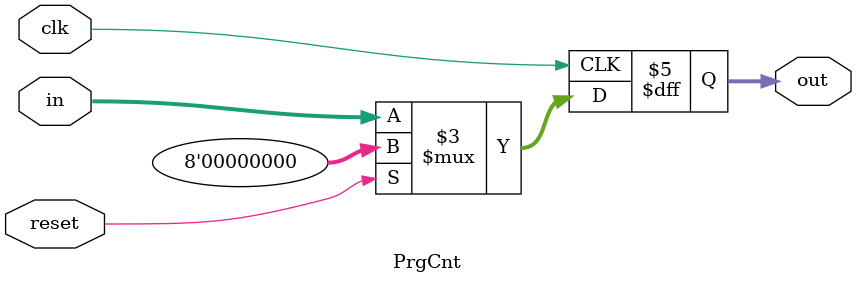
<source format=v>
module PrgCnt(in,out,clk,reset);
    input [7:0] in;
    input clk,reset;
    output reg [7:0] out;

    always @(posedge clk)
    begin
        if (reset)
            out = 8'b0;
        else
            out = in;
    end

endmodule

</source>
